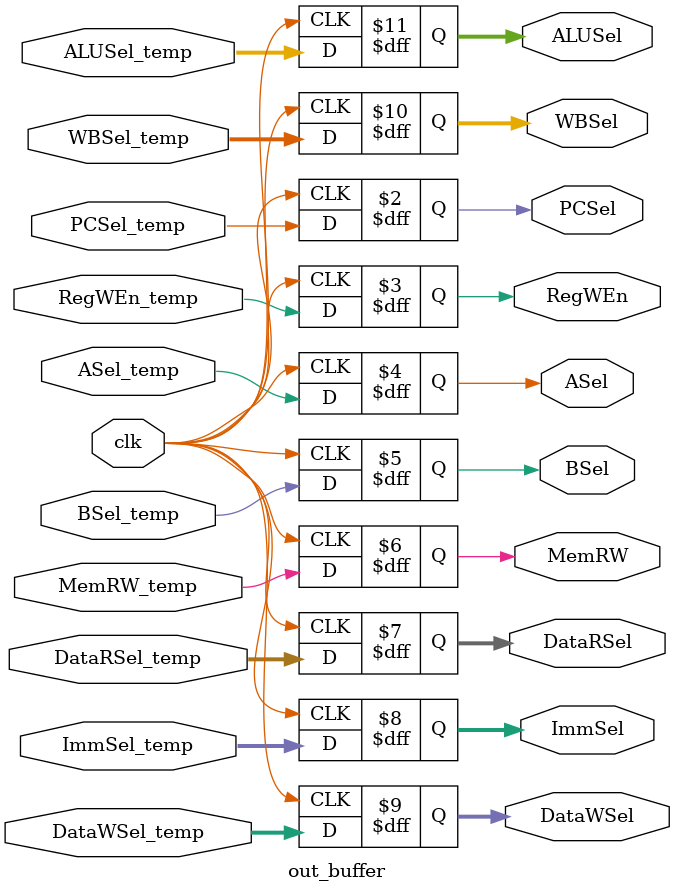
<source format=v>
module out_buffer (
  input clk,
  input PCSel_temp, RegWEn_temp, ASel_temp, BSel_temp, MemRW_temp,
  input [2:0] DataRSel_temp, ImmSel_temp,
  input [1:0] DataWSel_temp, WBSel_temp,
  input [3:0] ALUSel_temp,
  output reg PCSel, RegWEn, ASel, BSel, MemRW,
  output reg [2:0] DataRSel, ImmSel,
  output reg [1:0] DataWSel, WBSel,
  output reg [3:0] ALUSel
  );
always @(negedge clk) begin
    PCSel<=PCSel_temp; RegWEn<=RegWEn_temp; ASel<=ASel_temp; BSel<=BSel_temp; MemRW<=MemRW_temp;
    DataRSel<=DataRSel_temp; ImmSel<=ImmSel_temp;
    DataWSel<=DataWSel_temp; WBSel<=WBSel_temp;
    ALUSel<=ALUSel_temp;
end

endmodule
</source>
